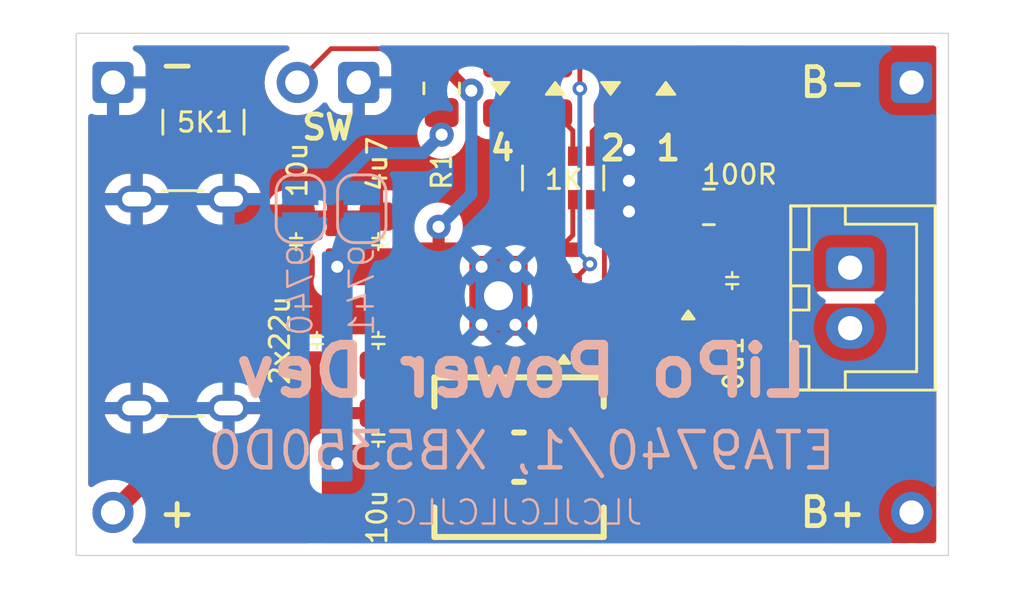
<source format=kicad_pcb>
(kicad_pcb (version 20240108) (generator "pcbnew") (generator_version "8.0")
  (layers (0 "F.Cu" signal) (31 "B.Cu" signal) (34 "B.Paste" user) (35 "F.Paste" user) (36 "B.SilkS" user "B.Silkscreen") (37 "F.SilkS" user "F.Silkscreen") (38 "B.Mask" user) (39 "F.Mask" user) (44 "Edge.Cuts" user))
  (net 0 "")
  (net 1 "VCC")
  (net 2 "AGND")
  (net 3 "Net-(LED1-A)")
  (net 4 "B+")
  (net 5 "BATVDD")
  (net 6 "LED2")
  (net 7 "Net-(LED3-A)")
  (net 8 "ISET")
  (net 9 "LED3")
  (net 10 "LED1")
  (net 12 "Net-(J0-CC2)")
  (net 13 "Net-(J0-CC1)")
  (net 14 "B-")
  (net 19 "SW")
  (net 24 "0{slash}1_SEL")
  (footprint "custom:C_0805_2012Metric_Pad1.18x1.45mm_HandSolder" (layer "F.Cu") (at 130.302 97.028 -90)
    (property "Reference" "Cout1" (hide yes))
    (property "Value" "22uF")
    (fp_line (start 0.15 0.2) (end 0.15 -0.3) (stroke (width 0.1)) (layer "F.SilkS"))
    (fp_line (start -0.15 -0.05) (end -0.35 -0.05) (stroke (width 0.1)) (layer "F.SilkS"))
    (fp_line (start 0.15 -0.05) (end 0.35 -0.05) (stroke (width 0.1)) (layer "F.SilkS"))
    (fp_line (start -0.15 -0.3) (end -0.15 0.2) (stroke (width 0.1)) (layer "F.SilkS"))
    (pad "1" smd roundrect (at -1.0375 0 270) (size 1.175 1.45) (layers "F.Cu" "F.Paste" "F.Mask") (roundrect_rratio 0.212766) (net 1 "VCC"))
    (pad "2" smd roundrect (at 1.0375 0 270) (size 1.175 1.45) (layers "F.Cu" "F.Paste" "F.Mask") (roundrect_rratio 0.212766) (net 2 "AGND"))
  )
  (footprint "Resistor_SMD:R_0805_2012Metric_Pad1.20x1.40mm_HandSolder" (layer "F.Cu") (at 135.509 86.605 90)
    (property "Reference" "R1" (hide yes))
    (property "Value" "100K")
    (fp_line (start -0.227064 -0.735) (end 0.227064 -0.735) (stroke (width 0.12)) (layer "F.SilkS"))
    (fp_line (start -0.227064 0.735) (end 0.227064 0.735) (stroke (width 0.12)) (layer "F.SilkS"))
    (pad "1" smd roundrect (at -1 0 90) (size 1.2 1.4) (layers "F.Cu" "F.Paste" "F.Mask") (roundrect_rratio 0.208333) (net 24 "0{slash}1_SEL"))
    (pad "2" smd roundrect (at 1 0 90) (size 1.2 1.4) (layers "F.Cu" "F.Paste" "F.Mask") (roundrect_rratio 0.208333) (net 8 "ISET"))
  )
  (footprint "custom:C_0805_2012Metric_Pad1.18x1.45mm_HandSolder" (layer "F.Cu") (at 132.842 101.0705 -90)
    (property "Reference" "Cin1" (hide yes))
    (property "Value" "10uF")
    (fp_line (start 0.15 0.2) (end 0.15 -0.3) (stroke (width 0.1)) (layer "F.SilkS"))
    (fp_line (start -0.15 -0.05) (end -0.35 -0.05) (stroke (width 0.1)) (layer "F.SilkS"))
    (fp_line (start 0.15 -0.05) (end 0.35 -0.05) (stroke (width 0.1)) (layer "F.SilkS"))
    (fp_line (start -0.15 -0.3) (end -0.15 0.2) (stroke (width 0.1)) (layer "F.SilkS"))
    (pad "1" smd roundrect (at -1.0375 0 270) (size 1.175 1.45) (layers "F.Cu" "F.Paste" "F.Mask") (roundrect_rratio 0.212766) (net 2 "AGND"))
    (pad "2" smd roundrect (at 1.0375 0 270) (size 1.175 1.45) (layers "F.Cu" "F.Paste" "F.Mask") (roundrect_rratio 0.212766) (net 4 "B+"))
  )
  (footprint "custom:SOT-23-5_simple" (layer "F.Cu") (at 144.4045 94.3 180)
    (property "Reference" "U2" (hide yes))
    (property "Value" "XB5350D0")
    (fp_poly (pts (xy -1.3 -1.51) (xy -1.54 -1.84) (xy -1.06 -1.84) (xy -1.3 -1.51)) (stroke (width 0.12)) (fill solid) (layer "F.SilkS"))
    (pad "1" smd roundrect (at -1.1375 -0.95 180) (size 1.325 0.6) (layers "F.Cu" "F.Paste" "F.Mask"))
    (pad "2" smd roundrect (at -1.1375 0 180) (size 1.325 0.6) (layers "F.Cu" "F.Paste" "F.Mask") (net 14 "B-"))
    (pad "3" smd roundrect (at -1.1375 0.95 180) (size 1.325 0.6) (layers "F.Cu" "F.Paste" "F.Mask") (net 5 "BATVDD"))
    (pad "4" smd roundrect (at 1.1375 0.95 180) (size 1.325 0.6) (layers "F.Cu" "F.Paste" "F.Mask") (net 2 "AGND"))
    (pad "5" smd roundrect (at 1.1375 -0.95 180) (size 1.325 0.6) (layers "F.Cu" "F.Paste" "F.Mask") (net 2 "AGND"))
  )
  (footprint "Resistor_SMD:R_Array_Convex_4x0603" (layer "F.Cu") (at 125.66 88 90)
    (property "Reference" "RN2" (hide yes))
    (property "Value" "5K1")
    (fp_line (start 0.5 -1.68) (end -0.5 -1.68) (stroke (width 0.12)) (layer "F.SilkS"))
    (fp_line (start 0.5 1.68) (end -0.5 1.68) (stroke (width 0.12)) (layer "F.SilkS"))
    (pad "1" smd rect (at -0.9 -1.2 90) (size 0.8 0.5) (layers "F.Cu" "F.Paste" "F.Mask") (net 12 "Net-(J0-CC2)"))
    (pad "2" smd rect (at -0.9 -0.4 90) (size 0.8 0.4) (layers "F.Cu" "F.Paste" "F.Mask") (net 13 "Net-(J0-CC1)"))
    (pad "3" smd rect (at -0.9 0.4 90) (size 0.8 0.4) (layers "F.Cu" "F.Paste" "F.Mask"))
    (pad "4" smd rect (at -0.9 1.2 90) (size 0.8 0.5) (layers "F.Cu" "F.Paste" "F.Mask"))
    (pad "5" smd rect (at 0.9 1.2 90) (size 0.8 0.5) (layers "F.Cu" "F.Paste" "F.Mask"))
    (pad "6" smd rect (at 0.9 0.4 90) (size 0.8 0.4) (layers "F.Cu" "F.Paste" "F.Mask"))
    (pad "7" smd rect (at 0.9 -0.4 90) (size 0.8 0.4) (layers "F.Cu" "F.Paste" "F.Mask") (net 2 "AGND"))
    (pad "8" smd rect (at 0.9 -1.2 90) (size 0.8 0.5) (layers "F.Cu" "F.Paste" "F.Mask") (net 2 "AGND"))
  )
  (footprint "custom:PinHeader_1x01_P2.54mm_simple" (layer "F.Cu") (at 121.92 104.14)
    (property "Reference" "J1" (hide yes))
    (property "Value" "Conn_01x01")
    (pad "1" thru_hole oval (at 0 0) (size 1.7 1.7) (drill 1) (layers "*.Cu" "*.Mask") (net 1 "VCC"))
  )
  (footprint "Resistor_SMD:R_Array_Convex_4x0603" (layer "F.Cu") (at 140.532 90.308 90)
    (property "Reference" "RN1" (hide yes))
    (property "Value" "R_Pack04_Split")
    (fp_line (start 0.5 -1.68) (end -0.5 -1.68) (stroke (width 0.12)) (layer "F.SilkS"))
    (fp_line (start 0.5 1.68) (end -0.5 1.68) (stroke (width 0.12)) (layer "F.SilkS"))
    (pad "1" smd rect (at -0.9 -1.2 90) (size 0.8 0.5) (layers "F.Cu" "F.Paste" "F.Mask"))
    (pad "2" smd rect (at -0.9 -0.4 90) (size 0.8 0.4) (layers "F.Cu" "F.Paste" "F.Mask"))
    (pad "3" smd rect (at -0.9 0.4 90) (size 0.8 0.4) (layers "F.Cu" "F.Paste" "F.Mask") (net 9 "LED3"))
    (pad "4" smd rect (at -0.9 1.2 90) (size 0.8 0.5) (layers "F.Cu" "F.Paste" "F.Mask") (net 10 "LED1"))
    (pad "5" smd rect (at 0.9 1.2 90) (size 0.8 0.5) (layers "F.Cu" "F.Paste" "F.Mask") (net 3 "Net-(LED1-A)"))
    (pad "6" smd rect (at 0.9 0.4 90) (size 0.8 0.4) (layers "F.Cu" "F.Paste" "F.Mask") (net 7 "Net-(LED3-A)"))
    (pad "7" smd rect (at 0.9 -0.4 90) (size 0.8 0.4) (layers "F.Cu" "F.Paste" "F.Mask"))
    (pad "8" smd rect (at 0.9 -1.2 90) (size 0.8 0.5) (layers "F.Cu" "F.Paste" "F.Mask"))
  )
  (footprint "custom:SOIC-8-1EP_3.9x4.9mm_P1.27mm_EP2.41x3.3mm_ThermalVias_CustomVias_Large" (layer "F.Cu") (at 137.86 95.18 180)
    (property "Reference" "U1" (hide yes))
    (property "Value" "ETA9740E8A")
    (fp_poly (pts (xy -2.7 -2.465) (xy -2.94 -2.795) (xy -2.46 -2.795) (xy -2.7 -2.465)) (stroke (width 0.12)) (fill solid) (layer "F.SilkS"))
    (pad "1" smd roundrect (at -2.475 -1.905 180) (size 1.95 0.6) (layers "F.Cu" "F.Paste" "F.Mask") (net 19 "SW"))
    (pad "2" smd roundrect (at -2.475 -0.635 180) (size 1.95 0.6) (layers "F.Cu" "F.Paste" "F.Mask") (net 10 "LED1"))
    (pad "3" smd roundrect (at -2.475 0.635 180) (size 1.95 0.6) (layers "F.Cu" "F.Paste" "F.Mask") (net 6 "LED2"))
    (pad "4" smd roundrect (at -2.475 1.905 180) (size 1.95 0.6) (layers "F.Cu" "F.Paste" "F.Mask") (net 9 "LED3"))
    (pad "5" smd roundrect (at 2.475 1.905 180) (size 1.95 0.6) (layers "F.Cu" "F.Paste" "F.Mask") (net 8 "ISET"))
    (pad "6" smd roundrect (at 2.475 0.635 180) (size 1.95 0.6) (layers "F.Cu" "F.Paste" "F.Mask") (net 4 "B+"))
    (pad "7" smd roundrect (at 2.475 -0.635 180) (size 1.95 0.6) (layers "F.Cu" "F.Paste" "F.Mask") (net 1 "VCC"))
    (pad "8" smd roundrect (at 2.475 -1.905 180) (size 1.95 0.6) (layers "F.Cu" "F.Paste" "F.Mask") (net 2 "AGND"))
    (pad "9" thru_hole circle (at -0.7 -1.2 180) (size 0.8 0.8) (drill 0.5) (property pad_prop_heatsink) (layers "*.Cu") (net 2 "AGND"))
    (pad "9" thru_hole circle (at -0.7 1.2 180) (size 0.8 0.8) (drill 0.5) (property pad_prop_heatsink) (layers "*.Cu") (net 2 "AGND"))
    (pad "9" thru_hole circle (at 0 0 180) (size 1.8 1.8) (drill 1.2) (property pad_prop_heatsink) (layers "*.Cu") (net 2 "AGND"))
    (pad "9" smd rect (at 0 0 180) (size 1.9 2.9) (property pad_prop_heatsink) (layers "B.Cu") (net 2 "AGND"))
    (pad "9" smd roundrect (at 0 0 180) (size 2.41 3.3) (property pad_prop_heatsink) (layers "F.Cu" "F.Mask") (roundrect_rratio 0.1037344398) (net 2 "AGND"))
    (pad "9" thru_hole circle (at 0.7 -1.2 180) (size 0.8 0.8) (drill 0.5) (property pad_prop_heatsink) (layers "*.Cu") (net 2 "AGND"))
    (pad "9" thru_hole circle (at 0.7 1.2 180) (size 0.8 0.8) (drill 0.5) (property pad_prop_heatsink) (layers "*.Cu") (net 2 "AGND"))
  )
  (footprint "custom:PinHeader_1x01_P2.54mm_simple" (layer "F.Cu") (at 154.94 104.14)
    (property "Reference" "J3" (hide yes))
    (property "Value" "Conn_01x01")
    (pad "1" thru_hole oval (at 0 0) (size 1.7 1.7) (drill 1) (layers "*.Cu" "*.Mask") (net 4 "B+"))
  )
  (footprint "custom:PinHeader_1x01_P2.54mm_simple_square" (layer "F.Cu") (at 121.92 86.36)
    (property "Reference" "J2" (hide yes))
    (property "Value" "Conn_01x01")
    (pad "1" thru_hole roundrect (at 0 0) (size 1.7 1.7) (drill 1) (layers "*.Cu" "*.Mask") (roundrect_rratio 0.1470588235) (net 2 "AGND"))
  )
  (footprint "custom:Inductor_Multi_7.0x6.6_plus" (layer "F.Cu") (at 138.7105 101.854)
    (property "Reference" "L1" (hide yes))
    (property "Value" "22uH")
    (fp_line (start -3.5 -3.3) (end 3.48 -3.3) (stroke (width 0.25)) (layer "F.SilkS"))
    (fp_line (start -3.5 -2.09) (end -3.5 -3.3) (stroke (width 0.25)) (layer "F.SilkS"))
    (fp_line (start -3.5 3.3) (end -3.5 2.08) (stroke (width 0.25)) (layer "F.SilkS"))
    (fp_line (start -3.49 3.3) (end -3.5 3.3) (stroke (width 0.25)) (layer "F.SilkS"))
    (fp_line (start -0.205 1.02) (end 0.195 1.02) (stroke (width 0.25)) (layer "F.SilkS"))
    (fp_line (start 0.195 -1.02) (end -0.205 -1.02) (stroke (width 0.25)) (layer "F.SilkS"))
    (fp_line (start 3.48 -3.3) (end 3.5 -3.28) (stroke (width 0.25)) (layer "F.SilkS"))
    (fp_line (start 3.5 -3.3) (end 3.5 -2.09) (stroke (width 0.25)) (layer "F.SilkS"))
    (fp_line (start 3.5 2.08) (end 3.5 3.3) (stroke (width 0.25)) (layer "F.SilkS"))
    (fp_line (start 3.5 3.3) (end -3.49 3.3) (stroke (width 0.25)) (layer "F.SilkS"))
    (pad "1" smd roundrect (at -2.3125 0) (size 3.775 3.2) (layers "F.Cu" "F.Paste" "F.Mask") (roundrect_rratio 0.078125) (net 4 "B+"))
    (pad "2" smd roundrect (at 2.3125 -0.0125) (size 3.775 3.225) (layers "F.Cu" "F.Paste" "F.Mask") (roundrect_rratio 0.07751937984) (net 19 "SW"))
  )
  (footprint "custom:LED_0805_2012Metric_Pad1.15x1.40mm_HandSolder_simple" (layer "F.Cu") (at 144.78 86.605 -90)
    (property "Reference" "LED1" (hide yes))
    (property "Value" "~")
    (fp_poly (pts (xy 0.254 -0.381) (xy 0.254 0.381) (xy -0.254 0)) (stroke (width 0.1)) (fill solid) (layer "F.SilkS"))
    (pad "1" smd roundrect (at -1.025 0 270) (size 1.15 1.4) (layers "F.Cu" "F.Paste" "F.Mask") (roundrect_rratio 0.217391) (net 6 "LED2"))
    (pad "2" smd roundrect (at 1.025 0 270) (size 1.15 1.4) (layers "F.Cu" "F.Paste" "F.Mask") (roundrect_rratio 0.217391) (net 3 "Net-(LED1-A)"))
  )
  (footprint "custom:PinHeader_1x01_P2.54mm_simple_square" (layer "F.Cu") (at 154.94 86.36)
    (property "Reference" "J4" (hide yes))
    (property "Value" "Conn_01x01")
    (pad "1" thru_hole roundrect (at 0 0) (size 1.7 1.7) (drill 1) (layers "*.Cu" "*.Mask") (roundrect_rratio 0.1470588235) (net 14 "B-"))
  )
  (footprint "custom:C_0805_2012Metric_Pad1.18x1.45mm_HandSolder" (layer "F.Cu") (at 147.574 94.554 90)
    (property "Reference" "C1" (hide yes))
    (property "Value" "0.1uF")
    (fp_line (start -0.15 -0.3) (end -0.15 0.2) (stroke (width 0.1)) (layer "F.SilkS"))
    (fp_line (start 0.15 -0.05) (end 0.35 -0.05) (stroke (width 0.1)) (layer "F.SilkS"))
    (fp_line (start -0.15 -0.05) (end -0.35 -0.05) (stroke (width 0.1)) (layer "F.SilkS"))
    (fp_line (start 0.15 0.2) (end 0.15 -0.3) (stroke (width 0.1)) (layer "F.SilkS"))
    (pad "1" smd roundrect (at -1.0375 0 90) (size 1.175 1.45) (layers "F.Cu" "F.Paste" "F.Mask") (roundrect_rratio 0.212766) (net 14 "B-"))
    (pad "2" smd roundrect (at 1.0375 0 90) (size 1.175 1.45) (layers "F.Cu" "F.Paste" "F.Mask") (roundrect_rratio 0.212766) (net 5 "BATVDD"))
  )
  (footprint "custom:C_0805_2012Metric_Pad1.18x1.45mm_HandSolder" (layer "F.Cu") (at 129.54 92.9425 90)
    (property "Reference" "Cusb1" (hide yes))
    (property "Value" "10uF")
    (fp_line (start -0.15 -0.3) (end -0.15 0.2) (stroke (width 0.1)) (layer "F.SilkS"))
    (fp_line (start 0.15 -0.05) (end 0.35 -0.05) (stroke (width 0.1)) (layer "F.SilkS"))
    (fp_line (start -0.15 -0.05) (end -0.35 -0.05) (stroke (width 0.1)) (layer "F.SilkS"))
    (fp_line (start 0.15 0.2) (end 0.15 -0.3) (stroke (width 0.1)) (layer "F.SilkS"))
    (pad "1" smd roundrect (at -1.0375 0 90) (size 1.175 1.45) (layers "F.Cu" "F.Paste" "F.Mask") (roundrect_rratio 0.212766) (net 1 "VCC"))
    (pad "2" smd roundrect (at 1.0375 0 90) (size 1.175 1.45) (layers "F.Cu" "F.Paste" "F.Mask") (roundrect_rratio 0.212766) (net 2 "AGND"))
  )
  (footprint "custom:C_0805_2012Metric_Pad1.18x1.45mm_HandSolder" (layer "F.Cu") (at 132.842 92.9425 -90)
    (property "Reference" "Cbat1" (hide yes))
    (property "Value" "4.7uF")
    (fp_line (start 0.15 0.2) (end 0.15 -0.3) (stroke (width 0.1)) (layer "F.SilkS"))
    (fp_line (start -0.15 -0.05) (end -0.35 -0.05) (stroke (width 0.1)) (layer "F.SilkS"))
    (fp_line (start 0.15 -0.05) (end 0.35 -0.05) (stroke (width 0.1)) (layer "F.SilkS"))
    (fp_line (start -0.15 -0.3) (end -0.15 0.2) (stroke (width 0.1)) (layer "F.SilkS"))
    (pad "1" smd roundrect (at -1.0375 0 270) (size 1.175 1.45) (layers "F.Cu" "F.Paste" "F.Mask") (roundrect_rratio 0.212766) (net 2 "AGND"))
    (pad "2" smd roundrect (at 1.0375 0 270) (size 1.175 1.45) (layers "F.Cu" "F.Paste" "F.Mask") (roundrect_rratio 0.212766) (net 4 "B+"))
  )
  (footprint "Resistor_SMD:R_0805_2012Metric_Pad1.20x1.40mm_HandSolder" (layer "F.Cu") (at 146.558 91.506)
    (property "Reference" "R2" (hide yes))
    (property "Value" "100R")
    (fp_line (start -0.227064 -0.735) (end 0.227064 -0.735) (stroke (width 0.12)) (layer "F.SilkS"))
    (fp_line (start -0.227064 0.735) (end 0.227064 0.735) (stroke (width 0.12)) (layer "F.SilkS"))
    (pad "1" smd roundrect (at -1 0) (size 1.2 1.4) (layers "F.Cu" "F.Paste" "F.Mask") (roundrect_rratio 0.208333) (net 4 "B+"))
    (pad "2" smd roundrect (at 1 0) (size 1.2 1.4) (layers "F.Cu" "F.Paste" "F.Mask") (roundrect_rratio 0.208333) (net 5 "BATVDD"))
  )
  (footprint "custom:JST_XH_B2B-XH-A_1x02_P2.50mm_Vertical_simple_pad2gnd" (layer "F.Cu") (at 152.4 96.52 90)
    (property "Reference" "BT1" (hide yes))
    (property "Value" "Battery_Cell")
    (fp_line (start 5.06 -2.46) (end -2.56 -2.46) (stroke (width 0.12)) (layer "F.SilkS"))
    (fp_line (start -2.56 -2.46) (end -2.56 3.51) (stroke (width 0.12)) (layer "F.SilkS"))
    (fp_line (start 5.05 -2.45) (end 3.25 -2.45) (stroke (width 0.12)) (layer "F.SilkS"))
    (fp_line (start 3.25 -2.45) (end 3.25 -1.7) (stroke (width 0.12)) (layer "F.SilkS"))
    (fp_line (start 1.75 -2.45) (end 0.75 -2.45) (stroke (width 0.12)) (layer "F.SilkS"))
    (fp_line (start 0.75 -2.45) (end 0.75 -1.7) (stroke (width 0.12)) (layer "F.SilkS"))
    (fp_line (start -0.75 -2.45) (end -2.55 -2.45) (stroke (width 0.12)) (layer "F.SilkS"))
    (fp_line (start -2.55 -2.45) (end -2.55 -1.7) (stroke (width 0.12)) (layer "F.SilkS"))
    (fp_line (start 5.05 -1.7) (end 5.05 -2.45) (stroke (width 0.12)) (layer "F.SilkS"))
    (fp_line (start 3.25 -1.7) (end 5.05 -1.7) (stroke (width 0.12)) (layer "F.SilkS"))
    (fp_line (start 1.75 -1.7) (end 1.75 -2.45) (stroke (width 0.12)) (layer "F.SilkS"))
    (fp_line (start 0.75 -1.7) (end 1.75 -1.7) (stroke (width 0.12)) (layer "F.SilkS"))
    (fp_line (start -0.75 -1.7) (end -0.75 -2.45) (stroke (width 0.12)) (layer "F.SilkS"))
    (fp_line (start -2.55 -1.7) (end -0.75 -1.7) (stroke (width 0.12)) (layer "F.SilkS"))
    (fp_line (start 5.05 -0.2) (end 4.3 -0.2) (stroke (width 0.12)) (layer "F.SilkS"))
    (fp_line (start 4.3 -0.2) (end 4.3 2.75) (stroke (width 0.12)) (layer "F.SilkS"))
    (fp_line (start -1.8 -0.2) (end -1.8 2.75) (stroke (width 0.12)) (layer "F.SilkS"))
    (fp_line (start -2.55 -0.2) (end -1.8 -0.2) (stroke (width 0.12)) (layer "F.SilkS"))
    (fp_line (start 4.3 2.75) (end 1.25 2.75) (stroke (width 0.12)) (layer "F.SilkS"))
    (fp_line (start -1.8 2.75) (end 1.25 2.75) (stroke (width 0.12)) (layer "F.SilkS"))
    (fp_line (start 5.06 3.51) (end 5.06 -2.46) (stroke (width 0.12)) (layer "F.SilkS"))
    (fp_line (start -2.56 3.51) (end 5.06 3.51) (stroke (width 0.12)) (layer "F.SilkS"))
    (pad "1" thru_hole oval (at 0 0 90) (size 1.7 2) (drill 1) (layers "*.Cu" "*.Mask") (net 4 "B+"))
    (pad "2" thru_hole roundrect (at 2.5 0 90) (size 1.7 2) (drill 1) (layers "*.Cu" "*.Mask") (roundrect_rratio 0.1470588235) (net 14 "B-"))
  )
  (footprint "custom:C_0805_2012Metric_Pad1.18x1.45mm_HandSolder" (layer "F.Cu") (at 132.842 97.028 -90)
    (property "Reference" "Cout2" (hide yes))
    (property "Value" "22uF")
    (fp_line (start 0.15 0.2) (end 0.15 -0.3) (stroke (width 0.1)) (layer "F.SilkS"))
    (fp_line (start -0.15 -0.05) (end -0.35 -0.05) (stroke (width 0.1)) (layer "F.SilkS"))
    (fp_line (start 0.15 -0.05) (end 0.35 -0.05) (stroke (width 0.1)) (layer "F.SilkS"))
    (fp_line (start -0.15 -0.3) (end -0.15 0.2) (stroke (width 0.1)) (layer "F.SilkS"))
    (pad "1" smd roundrect (at -1.0375 0 270) (size 1.175 1.45) (layers "F.Cu" "F.Paste" "F.Mask") (roundrect_rratio 0.212766) (net 1 "VCC"))
    (pad "2" smd roundrect (at 1.0375 0 270) (size 1.175 1.45) (layers "F.Cu" "F.Paste" "F.Mask") (roundrect_rratio 0.212766) (net 2 "AGND"))
  )
  (footprint "custom:LED_0805_2012Metric_Pad1.15x1.40mm_HandSolder_simple" (layer "F.Cu") (at 137.922 86.605 90)
    (property "Reference" "LED4" (hide yes))
    (property "Value" "~")
    (fp_poly (pts (xy 0.254 -0.381) (xy 0.254 0.381) (xy -0.254 0)) (stroke (width 0.1)) (fill solid) (layer "F.SilkS"))
    (pad "1" smd roundrect (at -1.025 0 90) (size 1.15 1.4) (layers "F.Cu" "F.Paste" "F.Mask") (roundrect_rratio 0.217391) (net 7 "Net-(LED3-A)"))
    (pad "2" smd roundrect (at 1.025 0 90) (size 1.15 1.4) (layers "F.Cu" "F.Paste" "F.Mask") (roundrect_rratio 0.217391) (net 6 "LED2"))
  )
  (footprint "custom:LED_0805_2012Metric_Pad1.15x1.40mm_HandSolder_simple" (layer "F.Cu") (at 142.494 86.605 90)
    (property "Reference" "LED2" (hide yes))
    (property "Value" "~")
    (fp_poly (pts (xy 0.254 -0.381) (xy 0.254 0.381) (xy -0.254 0)) (stroke (width 0.1)) (fill solid) (layer "F.SilkS"))
    (pad "1" smd roundrect (at -1.025 0 90) (size 1.15 1.4) (layers "F.Cu" "F.Paste" "F.Mask") (roundrect_rratio 0.217391) (net 3 "Net-(LED1-A)"))
    (pad "2" smd roundrect (at 1.025 0 90) (size 1.15 1.4) (layers "F.Cu" "F.Paste" "F.Mask") (roundrect_rratio 0.217391) (net 6 "LED2"))
  )
  (footprint "custom:USB_C_Receptacle_GCT_USB4125-xx-x_6P_TopMnt_Horizontal_handsolder" (layer "F.Cu") (at 123.698 95.504 -90)
    (property "Reference" "J0" (hide yes))
    (property "Value" "USB_C_Receptacle_PowerOnly_6P")
    (fp_line (start -4.67 -0.25) (end -4.67 -1.95) (stroke (width 0.12)) (layer "F.SilkS"))
    (fp_line (start 4.67 -0.25) (end 4.67 -1.95) (stroke (width 0.12)) (layer "F.SilkS"))
    (pad "A5" smd roundrect (at -0.5 -3.28 270) (size 0.7 1.6) (layers "F.Cu" "F.Paste" "F.Mask") (net 13 "Net-(J0-CC1)"))
    (pad "A9" smd roundrect (at 1.52 -3.28 90) (size 0.76 1.6) (layers "F.Cu" "F.Paste" "F.Mask") (net 1 "VCC"))
    (pad "A12" smd roundrect (at 2.75 -3.28 90) (size 0.8 1.6) (layers "F.Cu" "F.Paste" "F.Mask") (net 2 "AGND"))
    (pad "B5" smd roundrect (at 0.5 -3.28 90) (size 0.7 1.6) (layers "F.Cu" "F.Paste" "F.Mask") (net 12 "Net-(J0-CC2)"))
    (pad "B9" smd roundrect (at -1.52 -3.28 270) (size 0.76 1.6) (layers "F.Cu" "F.Paste" "F.Mask") (net 1 "VCC"))
    (pad "B12" smd roundrect (at -2.75 -3.28 270) (size 0.8 1.6) (layers "F.Cu" "F.Paste" "F.Mask") (net 2 "AGND"))
    (pad "S1" thru_hole oval (at -4.32 -3 270) (size 1.1 1.7) (drill oval 0.6 1.2) (layers "*.Cu" "*.Mask" "F.Paste") (net 2 "AGND"))
    (pad "S1" thru_hole oval (at -4.32 0.8 270) (size 1.1 1.7) (drill oval 0.6 1.2) (layers "*.Cu" "*.Mask" "F.Paste") (net 2 "AGND"))
    (pad "S1" thru_hole oval (at 4.32 -3 270) (size 1.1 1.7) (drill oval 0.6 1.2) (layers "*.Cu" "*.Mask" "F.Paste") (net 2 "AGND"))
    (pad "S1" thru_hole oval (at 4.32 0.8 270) (size 1.1 1.7) (drill oval 0.6 1.2) (layers "*.Cu" "*.Mask" "F.Paste") (net 2 "AGND"))
  )
  (footprint "custom:LED_0805_2012Metric_Pad1.15x1.40mm_HandSolder_simple" (layer "F.Cu") (at 140.208 86.605 -90)
    (property "Reference" "LED3" (hide yes))
    (property "Value" "~")
    (fp_poly (pts (xy 0.254 -0.381) (xy 0.254 0.381) (xy -0.254 0)) (stroke (width 0.1)) (fill solid) (layer "F.SilkS"))
    (pad "1" smd roundrect (at -1.025 0 270) (size 1.15 1.4) (layers "F.Cu" "F.Paste" "F.Mask") (roundrect_rratio 0.217391) (net 6 "LED2"))
    (pad "2" smd roundrect (at 1.025 0 270) (size 1.15 1.4) (layers "F.Cu" "F.Paste" "F.Mask") (roundrect_rratio 0.217391) (net 7 "Net-(LED3-A)"))
  )
  (footprint "custom:PinHeader_1x02_P2.54mm_Vertical_simple_pad2gnd" (layer "F.Cu") (at 129.54 86.36 90)
    (property "Reference" "SW1" (hide yes))
    (property "Value" "SW_Push")
    (pad "1" thru_hole oval (at 0 0 90) (size 1.7 1.7) (drill 1) (layers "*.Cu" "*.Mask") (net 8 "ISET"))
    (pad "2" thru_hole roundrect (at 0 2.54 90) (size 1.7 1.7) (drill 1) (layers "*.Cu" "*.Mask") (roundrect_rratio 0.1470588235) (net 2 "AGND"))
  )
  (footprint "Jumper:SolderJumper-2_P1.3mm_Open_RoundedPad1.0x1.5mm" (layer "B.Cu") (at 129.667 91.582 90)
    (property "Reference" "JP1" (hide yes))
    (property "Value" "SolderJumper_2_Open")
    (fp_line (start -0.7 -1) (end 0.7 -1) (stroke (width 0.12)) (layer "B.SilkS"))
    (fp_line (start 1.4 -0.3) (end 1.4 0.3) (stroke (width 0.12)) (layer "B.SilkS"))
    (fp_line (start -1.4 0.3) (end -1.4 -0.3) (stroke (width 0.12)) (layer "B.SilkS"))
    (fp_line (start 0.7 1) (end -0.7 1) (stroke (width 0.12)) (layer "B.SilkS"))
    (fp_arc (start 0.7 -1) (mid 1.194975 -0.794975) (end 1.4 -0.3) (stroke (width 0.12)) (layer "B.SilkS"))
    (fp_arc (start -1.4 -0.3) (mid -1.194975 -0.794975) (end -0.7 -1) (stroke (width 0.12)) (layer "B.SilkS"))
    (fp_arc (start 1.4 0.3) (mid 1.194975 0.794975) (end 0.7 1) (stroke (width 0.12)) (layer "B.SilkS"))
    (fp_arc (start -0.7 1) (mid -1.194975 0.794975) (end -1.4 0.3) (stroke (width 0.12)) (layer "B.SilkS"))
    (pad "1" smd custom (at -0.65 0 90) (size 1 0.5) (layers "B.Cu" "B.Mask") (net 2 "AGND") (options (clearance outline) (anchor rect)) (primitives (gr_circle (center 0 -0.25) (end 0.5 -0.25) (width 0) (fill yes)) (gr_circle (center 0 0.25) (end 0.5 0.25) (width 0) (fill yes)) (gr_poly (pts (xy 0.5 -0.75) (xy 0 -0.75) (xy 0 0.75) (xy 0.5 0.75)) (width 0) (fill yes))))
    (pad "2" smd custom (at 0.65 0 90) (size 1 0.5) (layers "B.Cu" "B.Mask") (net 24 "0{slash}1_SEL") (options (clearance outline) (anchor rect)) (primitives (gr_circle (center 0 -0.25) (end 0.5 -0.25) (width 0) (fill yes)) (gr_circle (center 0 0.25) (end 0.5 0.25) (width 0) (fill yes)) (gr_poly (pts (xy 0 -0.75) (xy -0.5 -0.75) (xy -0.5 0.75) (xy 0 0.75)) (width 0) (fill yes))))
  )
  (footprint "Jumper:SolderJumper-2_P1.3mm_Open_RoundedPad1.0x1.5mm" (layer "B.Cu") (at 132.207 91.582 -90)
    (property "Reference" "JP2" (hide yes))
    (property "Value" "SolderJumper_2_Open")
    (fp_line (start 0.7 1) (end -0.7 1) (stroke (width 0.12)) (layer "B.SilkS"))
    (fp_line (start -1.4 0.3) (end -1.4 -0.3) (stroke (width 0.12)) (layer "B.SilkS"))
    (fp_line (start 1.4 -0.3) (end 1.4 0.3) (stroke (width 0.12)) (layer "B.SilkS"))
    (fp_line (start -0.7 -1) (end 0.7 -1) (stroke (width 0.12)) (layer "B.SilkS"))
    (fp_arc (start -0.7 1) (mid -1.194975 0.794975) (end -1.4 0.3) (stroke (width 0.12)) (layer "B.SilkS"))
    (fp_arc (start 1.4 0.3) (mid 1.194975 0.794975) (end 0.7 1) (stroke (width 0.12)) (layer "B.SilkS"))
    (fp_arc (start -1.4 -0.3) (mid -1.194975 -0.794975) (end -0.7 -1) (stroke (width 0.12)) (layer "B.SilkS"))
    (fp_arc (start 0.7 -1) (mid 1.194975 -0.794975) (end 1.4 -0.3) (stroke (width 0.12)) (layer "B.SilkS"))
    (pad "1" smd custom (at -0.65 0 270) (size 1 0.5) (layers "B.Cu" "B.Mask") (net 24 "0{slash}1_SEL") (options (clearance outline) (anchor rect)) (primitives (gr_circle (center 0 -0.25) (end 0.5 -0.25) (width 0) (fill yes)) (gr_circle (center 0 0.25) (end 0.5 0.25) (width 0) (fill yes)) (gr_poly (pts (xy 0.5 -0.75) (xy 0 -0.75) (xy 0 0.75) (xy 0.5 0.75)) (width 0) (fill yes))))
    (pad "2" smd custom (at 0.65 0 270) (size 1 0.5) (layers "B.Cu" "B.Mask") (net 4 "B+") (options (clearance outline) (anchor rect)) (primitives (gr_circle (center 0 -0.25) (end 0.5 -0.25) (width 0) (fill yes)) (gr_circle (center 0 0.25) (end 0.5 0.25) (width 0) (fill yes)) (gr_poly (pts (xy 0 -0.75) (xy -0.5 -0.75) (xy -0.5 0.75) (xy 0 0.75)) (width 0) (fill yes))))
  )
  (gr_rect (start 120.396 84.328) (end 156.464 105.918) (stroke (width 0.05)) (fill none) (layer "Edge.Cuts"))
  (gr_text "ETA9740/1, XB5350D0" (at 138.811 100.711 0) (layer "B.SilkS") (effects (font (size 1.5 1.5) (thickness 0.1875)) (justify top mirror)))
  (gr_text "9740" (at 129.667 92.982 90) (layer "B.SilkS") (effects (font (size 1 1) (thickness 0.1)) (justify left mirror)))
  (gr_text "9741" (at 132.207 92.982 90) (layer "B.SilkS") (effects (font (size 1 1) (thickness 0.1)) (justify left mirror)))
  (gr_text "JLCJLCJLCJLC" (at 138.684 104.14 0) (layer "B.SilkS") (effects (font (size 1 1) (thickness 0.1)) (justify mirror)))
  (gr_text "LiPo Power Dev" (at 138.811 98.298 0) (layer "B.SilkS") (effects (font (size 2 2) (thickness 0.4) (bold yes)) (justify mirror)))
  (gr_text "B+" (at 153.162 104.14 0) (layer "F.SilkS") (effects (font (size 1.2 1.2) (thickness 0.2) (bold yes)) (justify right)))
  (gr_text "1" (at 144.272 89.662 0) (layer "F.SilkS") (effects (font (size 1 1) (thickness 0.2) (bold yes)) (justify left bottom)))
  (gr_text "+" (at 123.698 104.14 0) (layer "F.SilkS") (effects (font (size 1.2 1.2) (thickness 0.2) (bold yes)) (justify left)))
  (gr_text "2" (at 141.986 89.662 0) (layer "F.SilkS") (effects (font (size 1 1) (thickness 0.2) (bold yes)) (justify left bottom)))
  (gr_text "-" (at 123.698 85.598 0) (layer "F.SilkS") (effects (font (size 1.2 1.2) (thickness 0.2) (bold yes)) (justify left)))
  (gr_text "4u7" (at 132.842 90.932 90) (layer "F.SilkS") (effects (font (size 0.8 0.8) (thickness 0.125)) (justify left)))
  (gr_text "2x22u" (at 129.286 97.028 90) (layer "F.SilkS") (effects (font (size 0.8 0.8) (thickness 0.125)) (justify bottom)))
  (gr_text "R1" (at 135.509 89.154 90) (layer "F.SilkS") (effects (font (size 0.8 0.8) (thickness 0.125)) (justify right)))
  (gr_text "10u" (at 129.54 91.186 90) (layer "F.SilkS") (effects (font (size 0.8 0.8) (thickness 0.125)) (justify left)))
  (gr_text "0u1" (at 147.574 96.774 90) (layer "F.SilkS") (effects (font (size 0.8 0.8) (thickness 0.125)) (justify right)))
  (gr_text "SW" (at 130.81 87.63 0) (layer "F.SilkS") (effects (font (size 1 1) (thickness 0.2) (bold yes)) (justify top)))
  (gr_text "5K1" (at 125.73 88.011 0) (layer "F.SilkS") (effects (font (size 0.8 0.8) (thickness 0.125))))
  (gr_text "100R" (at 147.828 90.17 0) (layer "F.SilkS") (effects (font (size 0.8 0.8) (thickness 0.125))))
  (gr_text "1K" (at 140.557769 90.377916 0) (layer "F.SilkS") (effects (font (size 0.8 0.8) (thickness 0.125))))
  (gr_text "B-" (at 153.162 86.36 0) (layer "F.SilkS") (effects (font (size 1.2 1.2) (thickness 0.2) (bold yes)) (justify right)))
  (gr_text "10u" (at 132.842 103.124 90) (layer "F.SilkS") (effects (font (size 0.8 0.8) (thickness 0.125)) (justify right)))
  (gr_text "4" (at 137.414 89.662 0) (layer "F.SilkS") (effects (font (size 1 1) (thickness 0.2) (bold yes)) (justify left bottom)))
  (segment (start 126.978 97.024) (end 126.306442 97.024) (width 0.75) (layer "F.Cu") (net 1))
  (segment (start 126.306442 97.024) (end 124.968 98.362442) (width 0.75) (layer "F.Cu") (net 1))
  (segment (start 124.968 98.362442) (end 124.968 101.092) (width 0.75) (layer "F.Cu") (net 1))
  (segment (start 135.385 95.815) (end 133.0175 95.815) (width 0.75) (layer "F.Cu") (net 1))
  (segment (start 124.968 101.092) (end 121.92 104.14) (width 0.75) (layer "F.Cu") (net 1))
  (segment (start 127.82351 93.984) (end 128.353 94.51349) (width 0.75) (layer "F.Cu") (net 1))
  (segment (start 128.353 94.51349) (end 128.353 96.49451) (width 0.75) (layer "F.Cu") (net 1))
  (segment (start 133.0175 95.815) (end 132.842 95.9905) (width 0.75) (layer "F.Cu") (net 1))
  (segment (start 126.978 93.984) (end 127.82351 93.984) (width 0.75) (layer "F.Cu") (net 1))
  (segment (start 127.82351 97.024) (end 126.978 97.024) (width 0.75) (layer "F.Cu") (net 1))
  (segment (start 128.353 96.49451) (end 127.82351 97.024) (width 0.75) (layer "F.Cu") (net 1))
  (segment (start 128.948 91.905) (end 129.54 91.905) (width 1) (layer "F.Cu") (net 2))
  (segment (start 126.978 92.754) (end 126.978 91.464) (width 1) (layer "F.Cu") (net 2))
  (segment (start 126.978 92.754) (end 128.099 92.754) (width 1) (layer "F.Cu") (net 2))
  (segment (start 143.267 93.35) (end 143.267 95.25) (width 1) (layer "F.Cu") (net 2))
  (segment (start 126.978 91.464) (end 126.698 91.184) (width 1) (layer "F.Cu") (net 2))
  (segment (start 127.419 91.905) (end 126.698 91.184) (width 1) (layer "F.Cu") (net 2))
  (segment (start 128.099 92.754) (end 128.948 91.905) (width 1) (layer "F.Cu") (net 2))
  (segment (start 129.54 91.905) (end 127.419 91.905) (width 1) (layer "F.Cu") (net 2))
  (via (at 143.256 91.694) (size 1) (drill 0.5) (layers "F.Cu" "B.Cu") (net 2))
  (via (at 143.256 89.154) (size 1) (drill 0.5) (layers "F.Cu" "B.Cu") (net 2))
  (via (at 143.256 90.424) (size 1) (drill 0.5) (layers "F.Cu" "B.Cu") (net 2))
  (segment (start 141.732 89.408) (end 141.732 88.392) (width 0.2) (layer "F.Cu") (net 3))
  (segment (start 141.732 88.392) (end 142.494 87.63) (width 0.2) (layer "F.Cu") (net 3))
  (segment (start 142.494 87.63) (end 144.78 87.63) (width 0.2) (layer "F.Cu") (net 3))
  (segment (start 151.384 104.14) (end 154.94 104.14) (width 0.5) (layer "F.Cu") (net 4))
  (segment (start 135.385 94.545) (end 133.407 94.545) (width 0.75) (layer "F.Cu") (net 4))
  (segment (start 133.407 94.545) (end 132.842 93.98) (width 0.75) (layer "F.Cu") (net 4))
  (segment (start 144.3795 92.6845) (end 144.3795 97.1355) (width 0.5) (layer "F.Cu") (net 4))
  (segment (start 145.558 91.506) (end 144.3795 92.6845) (width 0.5) (layer "F.Cu") (net 4))
  (segment (start 144.3795 97.1355) (end 151.384 104.14) (width 0.5) (layer "F.Cu") (net 4))
  (via (at 131.191 102.108) (size 1) (drill 0.5) (layers "F.Cu" "B.Cu") (net 4))
  (via (at 131.191 93.98) (size 1) (drill 0.5) (layers "F.Cu" "B.Cu") (net 4))
  (segment (start 144.78 85.58) (end 141.224 85.58) (width 0.2) (layer "F.Cu") (net 6))
  (segment (start 141.640001 93.867393) (end 140.962394 94.545) (width 0.2) (layer "F.Cu") (net 6))
  (segment (start 141.224 85.58) (end 137.922 85.58) (width 0.2) (layer "F.Cu") (net 6))
  (segment (start 141.224 86.614) (end 141.224 85.58) (width 0.2) (layer "F.Cu") (net 6))
  (segment (start 140.962394 94.545) (end 140.335 94.545) (width 0.2) (layer "F.Cu") (net 6))
  (via (at 141.224 86.614) (size 0.6) (drill 0.3) (layers "F.Cu" "B.Cu") (net 6))
  (via (at 141.640001 93.867393) (size 0.6) (drill 0.3) (layers "F.Cu" "B.Cu") (net 6))
  (segment (start 141.224 93.451392) (end 141.640001 93.867393) (width 0.2) (layer "B.Cu") (net 6))
  (segment (start 141.224 86.614) (end 141.224 93.451392) (width 0.2) (layer "B.Cu") (net 6))
  (segment (start 140.208 87.63) (end 137.922 87.63) (width 0.2) (layer "F.Cu") (net 7))
  (segment (start 140.932 88.354) (end 140.208 87.63) (width 0.2) (layer "F.Cu") (net 7))
  (segment (start 140.932 89.408) (end 140.932 88.354) (width 0.2) (layer "F.Cu") (net 7))
  (segment (start 136.735811 86.699411) (end 136.603411 86.699411) (width 0.5) (layer "F.Cu") (net 8))
  (segment (start 129.54 86.36) (end 130.937 84.963) (width 0.2) (layer "F.Cu") (net 8))
  (segment (start 135.385 93.275) (end 135.385 92.332) (width 0.5) (layer "F.Cu") (net 8))
  (segment (start 135.385 92.332) (end 135.382 92.329) (width 0.5) (layer "F.Cu") (net 8))
  (segment (start 134.867 84.963) (end 135.509 85.605) (width 0.2) (layer "F.Cu") (net 8))
  (segment (start 130.937 84.963) (end 134.867 84.963) (width 0.2) (layer "F.Cu") (net 8))
  (segment (start 136.603411 86.699411) (end 135.509 85.605) (width 0.5) (layer "F.Cu") (net 8))
  (via (at 136.735811 86.699411) (size 1) (drill 0.5) (layers "F.Cu" "B.Cu") (net 8))
  (via (at 135.382 92.329) (size 1) (drill 0.5) (layers "F.Cu" "B.Cu") (net 8))
  (segment (start 136.735811 90.975189) (end 136.735811 86.699411) (width 0.5) (layer "B.Cu") (net 8))
  (segment (start 135.382 92.329) (end 136.735811 90.975189) (width 0.5) (layer "B.Cu") (net 8))
  (segment (start 140.932 92.678) (end 140.932 91.208) (width 0.2) (layer "F.Cu") (net 9))
  (segment (start 140.335 93.275) (end 140.932 92.678) (width 0.2) (layer "F.Cu") (net 9))
  (segment (start 142.240001 91.716001) (end 141.732 91.208) (width 0.2) (layer "F.Cu") (net 10))
  (segment (start 141.309999 95.815) (end 142.240001 94.884998) (width 0.2) (layer "F.Cu") (net 10))
  (segment (start 140.335 95.815) (end 141.309999 95.815) (width 0.2) (layer "F.Cu") (net 10))
  (segment (start 142.240001 94.884998) (end 142.240001 91.716001) (width 0.2) (layer "F.Cu") (net 10))
  (segment (start 124.714 89.154) (end 124.714 94.216602) (width 0.2) (layer "F.Cu") (net 12))
  (segment (start 124.714 94.216602) (end 126.501398 96.004) (width 0.2) (layer "F.Cu") (net 12))
  (segment (start 124.46 88.9) (end 124.714 89.154) (width 0.2) (layer "F.Cu") (net 12))
  (segment (start 126.501398 96.004) (end 126.978 96.004) (width 0.2) (layer "F.Cu") (net 12))
  (segment (start 126.978 95.004) (end 126.067084 95.004) (width 0.2) (layer "F.Cu") (net 13))
  (segment (start 126.067084 95.004) (end 125.26 94.196916) (width 0.2) (layer "F.Cu") (net 13))
  (segment (start 125.26 94.196916) (end 125.26 88.9) (width 0.2) (layer "F.Cu") (net 13))
  (segment (start 146.2825 94.3) (end 147.574 95.5915) (width 0.5) (layer "F.Cu") (net 14))
  (segment (start 145.542 94.3) (end 146.2825 94.3) (width 0.5) (layer "F.Cu") (net 14))
  (segment (start 135.509 87.605) (end 135.509 88.519) (width 0.5) (layer "F.Cu") (net 24))
  (via (at 135.509 88.519) (size 1) (drill 0.5) (layers "F.Cu" "B.Cu") (net 24))
  (segment (start 132.461 89.281) (end 131.064 90.678) (width 0.5) (layer "B.Cu") (net 24))
  (segment (start 134.747 89.281) (end 132.461 89.281) (width 0.5) (layer "B.Cu") (net 24))
  (segment (start 135.509 88.519) (end 134.747 89.281) (width 0.5) (layer "B.Cu") (net 24))
  (segment (start 131.064 90.678) (end 131.064 90.932) (width 0.5) (layer "B.Cu") (net 24))
  (segment (start 131.064 90.932) (end 129.667 90.932) (width 0.5) (layer "B.Cu") (net 24))
  (segment (start 131.064 90.932) (end 132.207 90.932) (width 0.5) (layer "B.Cu") (net 24))
  (zone (net 5) (net_name "BATVDD") (layer "F.Cu") (priority 2) (connect_pads yes (clearance 0.5)) (min_thickness 0.25) (fill yes (thermal_gap 0.5) (thermal_bridge_width 0.5))
    (polygon (pts (xy 148.336 90.805) (xy 148.336 94.107) (xy 146.939 94.107) (xy 146.177 93.726) (xy 144.907 93.726) (xy 144.907 93.091) (xy 146.177 93.091) (xy 146.939 90.805)))
  )
  (zone (net 14) (net_name "B-") (layer "F.Cu") (priority 2) (connect_pads yes (clearance 0.5)) (min_thickness 0.25) (fill yes (thermal_gap 0.5) (thermal_bridge_width 0.5))
    (polygon (pts (xy 148.59 96.393) (xy 151.13 94.996) (xy 156.21 94.996) (xy 156.21 84.582) (xy 148.59 84.582) (xy 148.59 94.234) (xy 147.066 94.361) (xy 146.431 93.98) (xy 144.907 93.98) (xy 144.907 96.266)))
  )
  (zone (net 1) (net_name "VCC") (layer "F.Cu") (priority 2) (connect_pads yes (clearance 0.5)) (min_thickness 0.25) (fill yes (thermal_gap 0.5) (thermal_bridge_width 0.5))
    (polygon (pts (xy 126.238 93.472) (xy 130.302 93.472) (xy 131.318 95.25) (xy 136.398 95.25) (xy 136.398 96.266) (xy 134.112 96.266) (xy 133.604 96.774) (xy 129.54 96.774) (xy 127.762 97.536) (xy 126.238 97.536)))
  )
  (zone (net 19) (net_name "SW") (layer "F.Cu") (priority 2) (connect_pads yes (clearance 0.5)) (min_thickness 0.25) (fill yes (thermal_gap 0.5) (thermal_bridge_width 0.5))
    (polygon (pts (xy 139.446 103.378) (xy 139.446 97.028) (xy 141.224 96.774) (xy 143.002 100.076) (xy 143.002 103.378)))
  )
  (zone (net 4) (net_name "B+") (layer "F.Cu") (priority 2) (connect_pads yes (clearance 0.5)) (min_thickness 0.25) (fill yes (thermal_gap 0.5) (thermal_bridge_width 0.5))
    (polygon (pts (xy 156.21 105.41) (xy 156.21 95.504) (xy 151.13 95.504) (xy 148.717 97.028) (xy 144.145 97.028) (xy 144.145 103.886) (xy 138.43 103.886) (xy 138.43 100.076) (xy 134.366 100.076) (xy 133.604 101.346) (xy 130.556 101.346) (xy 130.556 105.41)))
  )
  (zone (net 4) (net_name "B+") (layer "F.Cu") (priority 2) (connect_pads yes (clearance 0.5)) (min_thickness 0.25) (fill yes (thermal_gap 0.5) (thermal_bridge_width 0.5))
    (polygon (pts (xy 130.302 93.218) (xy 133.604 93.218) (xy 133.604 94.742) (xy 130.302 94.742)))
  )
  (zone (net 2) (net_name "AGND") (layers "F&B.Cu") (connect_pads (clearance 0.5)) (min_thickness 0.25) (fill yes (thermal_gap 0.5) (thermal_bridge_width 0.5))
    (polygon (pts (xy 120.142 84.582) (xy 156.718 84.582) (xy 156.718 105.918) (xy 120.142 105.918)))
  )
  (zone (net 4) (net_name "B+") (layer "B.Cu") (priority 2) (connect_pads yes (clearance 0.5)) (min_thickness 0.25) (fill yes (thermal_gap 0.5) (thermal_bridge_width 0.5))
    (polygon (pts (xy 130.556 102.87) (xy 131.826 102.87) (xy 131.826 94.488) (xy 132.3975 93.218) (xy 132.969 93.218) (xy 132.969 91.694) (xy 131.445 91.694) (xy 130.937 93.345) (xy 130.556 93.345)))
  )
  (zone (net 24) (net_name "0{slash}1_SEL") (layer "B.Cu") (priority 2) (connect_pads yes (clearance 0.5)) (min_thickness 0.25) (fill yes (thermal_gap 0.5) (thermal_bridge_width 0.5))
    (polygon (pts (xy 128.905 90.424) (xy 132.969 90.424) (xy 132.969 91.44) (xy 128.905 91.44)))
  )
)
</source>
